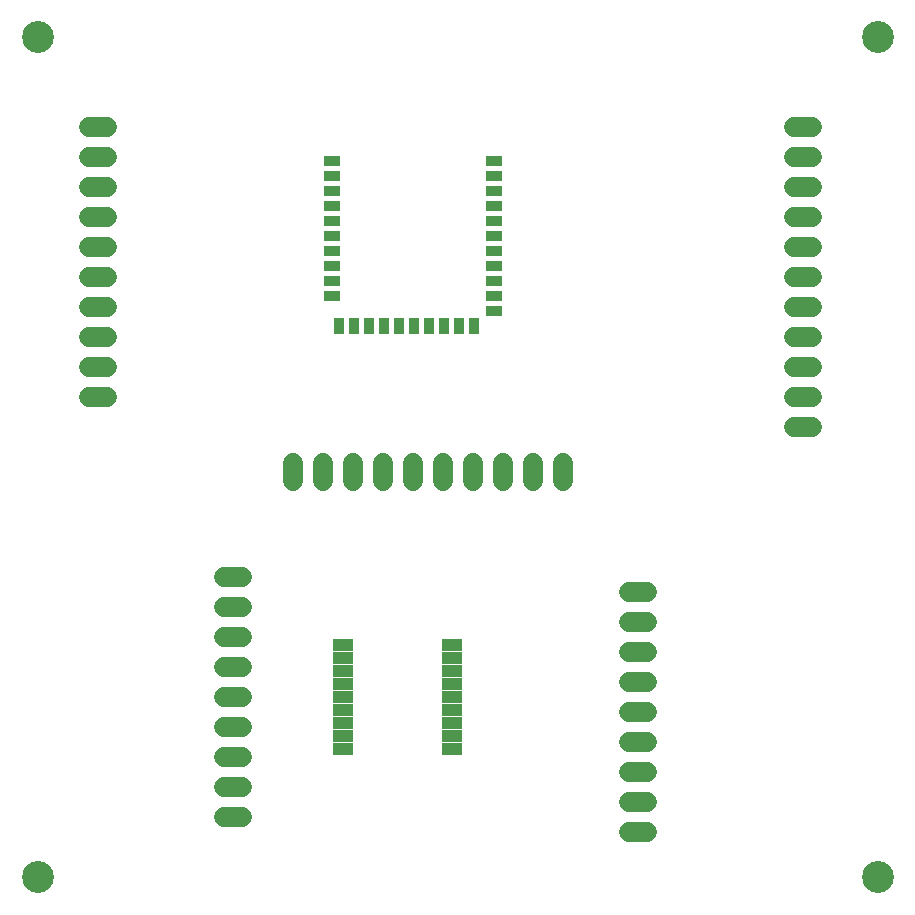
<source format=gbr>
G04 EAGLE Gerber RS-274X export*
G75*
%MOMM*%
%FSLAX34Y34*%
%LPD*%
%INSoldermask Top*%
%IPPOS*%
%AMOC8*
5,1,8,0,0,1.08239X$1,22.5*%
G01*
%ADD10C,2.703200*%
%ADD11C,1.727200*%
%ADD12R,1.803200X1.103200*%
%ADD13R,1.473200X0.913200*%
%ADD14R,0.913200X1.473200*%


D10*
X76200Y774700D03*
X76200Y63500D03*
X787400Y63500D03*
X787400Y774700D03*
D11*
X591820Y101600D02*
X576580Y101600D01*
X576580Y127000D02*
X591820Y127000D01*
X591820Y152400D02*
X576580Y152400D01*
X576580Y177800D02*
X591820Y177800D01*
X591820Y203200D02*
X576580Y203200D01*
X576580Y228600D02*
X591820Y228600D01*
X591820Y254000D02*
X576580Y254000D01*
X576580Y279400D02*
X591820Y279400D01*
X591820Y304800D02*
X576580Y304800D01*
X248920Y114300D02*
X233680Y114300D01*
X233680Y139700D02*
X248920Y139700D01*
X248920Y165100D02*
X233680Y165100D01*
X233680Y190500D02*
X248920Y190500D01*
X248920Y215900D02*
X233680Y215900D01*
X233680Y241300D02*
X248920Y241300D01*
X248920Y266700D02*
X233680Y266700D01*
X233680Y292100D02*
X248920Y292100D01*
X248920Y317500D02*
X233680Y317500D01*
X134620Y698500D02*
X119380Y698500D01*
X119380Y673100D02*
X134620Y673100D01*
X134620Y647700D02*
X119380Y647700D01*
X119380Y622300D02*
X134620Y622300D01*
X134620Y596900D02*
X119380Y596900D01*
X119380Y571500D02*
X134620Y571500D01*
X134620Y546100D02*
X119380Y546100D01*
X119380Y520700D02*
X134620Y520700D01*
X134620Y495300D02*
X119380Y495300D01*
X119380Y469900D02*
X134620Y469900D01*
X520700Y414020D02*
X520700Y398780D01*
X495300Y398780D02*
X495300Y414020D01*
X469900Y414020D02*
X469900Y398780D01*
X444500Y398780D02*
X444500Y414020D01*
X419100Y414020D02*
X419100Y398780D01*
X393700Y398780D02*
X393700Y414020D01*
X368300Y414020D02*
X368300Y398780D01*
X342900Y398780D02*
X342900Y414020D01*
X317500Y414020D02*
X317500Y398780D01*
X292100Y398780D02*
X292100Y414020D01*
X716280Y698500D02*
X731520Y698500D01*
X731520Y673100D02*
X716280Y673100D01*
X716280Y647700D02*
X731520Y647700D01*
X731520Y622300D02*
X716280Y622300D01*
X716280Y596900D02*
X731520Y596900D01*
X731520Y571500D02*
X716280Y571500D01*
X716280Y546100D02*
X731520Y546100D01*
X731520Y520700D02*
X716280Y520700D01*
X716280Y495300D02*
X731520Y495300D01*
X731520Y469900D02*
X716280Y469900D01*
X716280Y444500D02*
X731520Y444500D01*
D12*
X335000Y215900D03*
X335000Y226900D03*
X335000Y237900D03*
X335000Y248900D03*
X335000Y259900D03*
X335000Y204900D03*
X335000Y193900D03*
X335000Y182900D03*
X335000Y171900D03*
X427000Y259900D03*
X427000Y248900D03*
X427000Y237900D03*
X427000Y226900D03*
X427000Y215900D03*
X427000Y204900D03*
X427000Y193900D03*
X427000Y182900D03*
X427000Y171900D03*
D13*
X462450Y669500D03*
X462450Y656800D03*
X462450Y644100D03*
X462450Y631400D03*
X462450Y618700D03*
X462450Y606000D03*
X462450Y593300D03*
X462450Y580600D03*
X462450Y567900D03*
X462450Y555200D03*
X462450Y542500D03*
D14*
X445900Y530150D03*
X433200Y530150D03*
X420500Y530150D03*
X407800Y530150D03*
X395100Y530150D03*
X382400Y530150D03*
X369700Y530150D03*
X357000Y530150D03*
X344300Y530150D03*
X331600Y530150D03*
D13*
X324950Y555200D03*
X324950Y567900D03*
X324950Y580600D03*
X324950Y593300D03*
X324950Y606000D03*
X324950Y618700D03*
X324950Y631400D03*
X324950Y644100D03*
X324950Y656800D03*
X324950Y669500D03*
M02*

</source>
